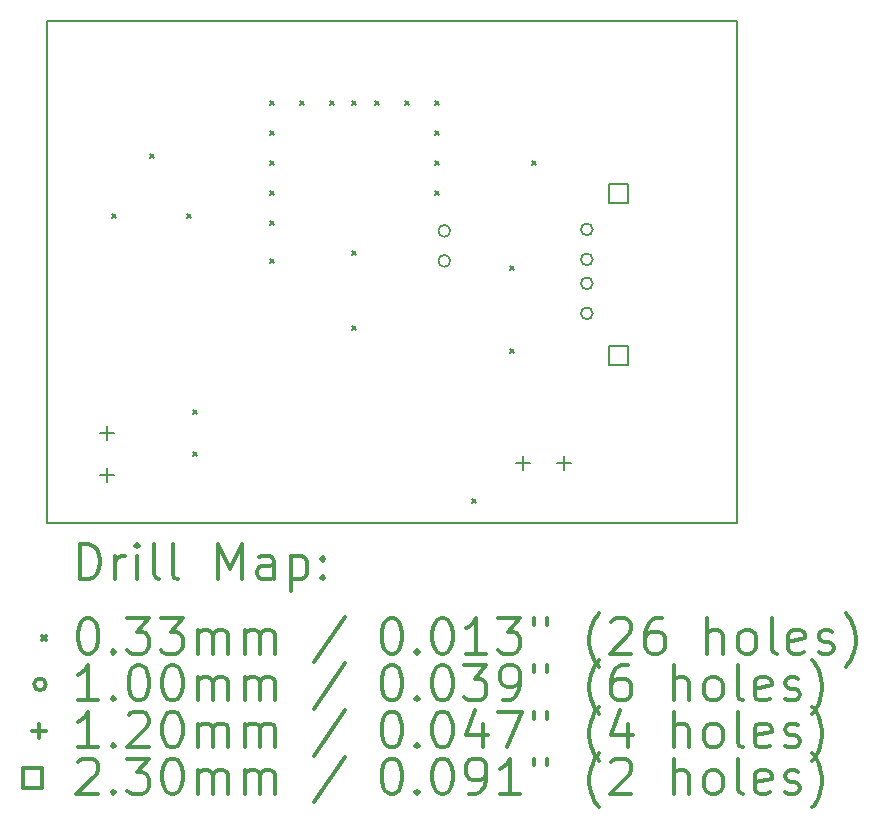
<source format=gbr>
%FSLAX45Y45*%
G04 Gerber Fmt 4.5, Leading zero omitted, Abs format (unit mm)*
G04 Created by KiCad (PCBNEW (5.1.0)-1) date 2019-07-27 13:49:34*
%MOMM*%
%LPD*%
G04 APERTURE LIST*
%ADD10C,0.150000*%
%ADD11C,0.200000*%
%ADD12C,0.300000*%
G04 APERTURE END LIST*
D10*
X14795500Y-6286500D02*
X14795500Y-10541000D01*
X20637500Y-6286500D02*
X14795500Y-6286500D01*
X20637500Y-10541000D02*
X20637500Y-6286500D01*
X14795500Y-10541000D02*
X20637500Y-10541000D01*
D11*
X15350500Y-7921000D02*
X15383500Y-7954000D01*
X15383500Y-7921000D02*
X15350500Y-7954000D01*
X15668000Y-7413000D02*
X15701000Y-7446000D01*
X15701000Y-7413000D02*
X15668000Y-7446000D01*
X15985500Y-7921000D02*
X16018500Y-7954000D01*
X16018500Y-7921000D02*
X15985500Y-7954000D01*
X16036300Y-9584700D02*
X16069300Y-9617700D01*
X16069300Y-9584700D02*
X16036300Y-9617700D01*
X16036300Y-9940300D02*
X16069300Y-9973300D01*
X16069300Y-9940300D02*
X16036300Y-9973300D01*
X16684000Y-6968500D02*
X16717000Y-7001500D01*
X16717000Y-6968500D02*
X16684000Y-7001500D01*
X16684000Y-7222500D02*
X16717000Y-7255500D01*
X16717000Y-7222500D02*
X16684000Y-7255500D01*
X16684000Y-7476500D02*
X16717000Y-7509500D01*
X16717000Y-7476500D02*
X16684000Y-7509500D01*
X16684000Y-7730500D02*
X16717000Y-7763500D01*
X16717000Y-7730500D02*
X16684000Y-7763500D01*
X16684000Y-7984500D02*
X16717000Y-8017500D01*
X16717000Y-7984500D02*
X16684000Y-8017500D01*
X16684000Y-8302000D02*
X16717000Y-8335000D01*
X16717000Y-8302000D02*
X16684000Y-8335000D01*
X16938000Y-6968500D02*
X16971000Y-7001500D01*
X16971000Y-6968500D02*
X16938000Y-7001500D01*
X17192000Y-6968500D02*
X17225000Y-7001500D01*
X17225000Y-6968500D02*
X17192000Y-7001500D01*
X17382500Y-6968500D02*
X17415500Y-7001500D01*
X17415500Y-6968500D02*
X17382500Y-7001500D01*
X17382500Y-8238500D02*
X17415500Y-8271500D01*
X17415500Y-8238500D02*
X17382500Y-8271500D01*
X17382500Y-8873500D02*
X17415500Y-8906500D01*
X17415500Y-8873500D02*
X17382500Y-8906500D01*
X17573000Y-6968500D02*
X17606000Y-7001500D01*
X17606000Y-6968500D02*
X17573000Y-7001500D01*
X17827000Y-6968500D02*
X17860000Y-7001500D01*
X17860000Y-6968500D02*
X17827000Y-7001500D01*
X18081000Y-6968500D02*
X18114000Y-7001500D01*
X18114000Y-6968500D02*
X18081000Y-7001500D01*
X18081000Y-7222500D02*
X18114000Y-7255500D01*
X18114000Y-7222500D02*
X18081000Y-7255500D01*
X18081000Y-7476500D02*
X18114000Y-7509500D01*
X18114000Y-7476500D02*
X18081000Y-7509500D01*
X18081000Y-7730500D02*
X18114000Y-7763500D01*
X18114000Y-7730500D02*
X18081000Y-7763500D01*
X18398500Y-10334000D02*
X18431500Y-10367000D01*
X18431500Y-10334000D02*
X18398500Y-10367000D01*
X18716000Y-8365500D02*
X18749000Y-8398500D01*
X18749000Y-8365500D02*
X18716000Y-8398500D01*
X18716000Y-9064000D02*
X18749000Y-9097000D01*
X18749000Y-9064000D02*
X18716000Y-9097000D01*
X18906500Y-7476500D02*
X18939500Y-7509500D01*
X18939500Y-7476500D02*
X18906500Y-7509500D01*
X19417500Y-8052000D02*
G75*
G03X19417500Y-8052000I-50000J0D01*
G01*
X19417500Y-8306000D02*
G75*
G03X19417500Y-8306000I-50000J0D01*
G01*
X19417500Y-8509000D02*
G75*
G03X19417500Y-8509000I-50000J0D01*
G01*
X19417500Y-8763000D02*
G75*
G03X19417500Y-8763000I-50000J0D01*
G01*
X18211000Y-8064500D02*
G75*
G03X18211000Y-8064500I-50000J0D01*
G01*
X18211000Y-8318500D02*
G75*
G03X18211000Y-8318500I-50000J0D01*
G01*
X15303500Y-9719000D02*
X15303500Y-9839000D01*
X15243500Y-9779000D02*
X15363500Y-9779000D01*
X15303500Y-10069000D02*
X15303500Y-10189000D01*
X15243500Y-10129000D02*
X15363500Y-10129000D01*
X18827000Y-9973000D02*
X18827000Y-10093000D01*
X18767000Y-10033000D02*
X18887000Y-10033000D01*
X19177000Y-9973000D02*
X19177000Y-10093000D01*
X19117000Y-10033000D02*
X19237000Y-10033000D01*
X19715818Y-7828318D02*
X19715818Y-7665682D01*
X19553182Y-7665682D01*
X19553182Y-7828318D01*
X19715818Y-7828318D01*
X19715818Y-9200318D02*
X19715818Y-9037682D01*
X19553182Y-9037682D01*
X19553182Y-9200318D01*
X19715818Y-9200318D01*
D12*
X15074428Y-11014214D02*
X15074428Y-10714214D01*
X15145857Y-10714214D01*
X15188714Y-10728500D01*
X15217286Y-10757072D01*
X15231571Y-10785643D01*
X15245857Y-10842786D01*
X15245857Y-10885643D01*
X15231571Y-10942786D01*
X15217286Y-10971357D01*
X15188714Y-10999929D01*
X15145857Y-11014214D01*
X15074428Y-11014214D01*
X15374428Y-11014214D02*
X15374428Y-10814214D01*
X15374428Y-10871357D02*
X15388714Y-10842786D01*
X15403000Y-10828500D01*
X15431571Y-10814214D01*
X15460143Y-10814214D01*
X15560143Y-11014214D02*
X15560143Y-10814214D01*
X15560143Y-10714214D02*
X15545857Y-10728500D01*
X15560143Y-10742786D01*
X15574428Y-10728500D01*
X15560143Y-10714214D01*
X15560143Y-10742786D01*
X15745857Y-11014214D02*
X15717286Y-10999929D01*
X15703000Y-10971357D01*
X15703000Y-10714214D01*
X15903000Y-11014214D02*
X15874428Y-10999929D01*
X15860143Y-10971357D01*
X15860143Y-10714214D01*
X16245857Y-11014214D02*
X16245857Y-10714214D01*
X16345857Y-10928500D01*
X16445857Y-10714214D01*
X16445857Y-11014214D01*
X16717286Y-11014214D02*
X16717286Y-10857072D01*
X16703000Y-10828500D01*
X16674428Y-10814214D01*
X16617286Y-10814214D01*
X16588714Y-10828500D01*
X16717286Y-10999929D02*
X16688714Y-11014214D01*
X16617286Y-11014214D01*
X16588714Y-10999929D01*
X16574428Y-10971357D01*
X16574428Y-10942786D01*
X16588714Y-10914214D01*
X16617286Y-10899929D01*
X16688714Y-10899929D01*
X16717286Y-10885643D01*
X16860143Y-10814214D02*
X16860143Y-11114214D01*
X16860143Y-10828500D02*
X16888714Y-10814214D01*
X16945857Y-10814214D01*
X16974428Y-10828500D01*
X16988714Y-10842786D01*
X17003000Y-10871357D01*
X17003000Y-10957072D01*
X16988714Y-10985643D01*
X16974428Y-10999929D01*
X16945857Y-11014214D01*
X16888714Y-11014214D01*
X16860143Y-10999929D01*
X17131571Y-10985643D02*
X17145857Y-10999929D01*
X17131571Y-11014214D01*
X17117286Y-10999929D01*
X17131571Y-10985643D01*
X17131571Y-11014214D01*
X17131571Y-10828500D02*
X17145857Y-10842786D01*
X17131571Y-10857072D01*
X17117286Y-10842786D01*
X17131571Y-10828500D01*
X17131571Y-10857072D01*
X14755000Y-11492000D02*
X14788000Y-11525000D01*
X14788000Y-11492000D02*
X14755000Y-11525000D01*
X15131571Y-11344214D02*
X15160143Y-11344214D01*
X15188714Y-11358500D01*
X15203000Y-11372786D01*
X15217286Y-11401357D01*
X15231571Y-11458500D01*
X15231571Y-11529929D01*
X15217286Y-11587071D01*
X15203000Y-11615643D01*
X15188714Y-11629929D01*
X15160143Y-11644214D01*
X15131571Y-11644214D01*
X15103000Y-11629929D01*
X15088714Y-11615643D01*
X15074428Y-11587071D01*
X15060143Y-11529929D01*
X15060143Y-11458500D01*
X15074428Y-11401357D01*
X15088714Y-11372786D01*
X15103000Y-11358500D01*
X15131571Y-11344214D01*
X15360143Y-11615643D02*
X15374428Y-11629929D01*
X15360143Y-11644214D01*
X15345857Y-11629929D01*
X15360143Y-11615643D01*
X15360143Y-11644214D01*
X15474428Y-11344214D02*
X15660143Y-11344214D01*
X15560143Y-11458500D01*
X15603000Y-11458500D01*
X15631571Y-11472786D01*
X15645857Y-11487071D01*
X15660143Y-11515643D01*
X15660143Y-11587071D01*
X15645857Y-11615643D01*
X15631571Y-11629929D01*
X15603000Y-11644214D01*
X15517286Y-11644214D01*
X15488714Y-11629929D01*
X15474428Y-11615643D01*
X15760143Y-11344214D02*
X15945857Y-11344214D01*
X15845857Y-11458500D01*
X15888714Y-11458500D01*
X15917286Y-11472786D01*
X15931571Y-11487071D01*
X15945857Y-11515643D01*
X15945857Y-11587071D01*
X15931571Y-11615643D01*
X15917286Y-11629929D01*
X15888714Y-11644214D01*
X15803000Y-11644214D01*
X15774428Y-11629929D01*
X15760143Y-11615643D01*
X16074428Y-11644214D02*
X16074428Y-11444214D01*
X16074428Y-11472786D02*
X16088714Y-11458500D01*
X16117286Y-11444214D01*
X16160143Y-11444214D01*
X16188714Y-11458500D01*
X16203000Y-11487071D01*
X16203000Y-11644214D01*
X16203000Y-11487071D02*
X16217286Y-11458500D01*
X16245857Y-11444214D01*
X16288714Y-11444214D01*
X16317286Y-11458500D01*
X16331571Y-11487071D01*
X16331571Y-11644214D01*
X16474428Y-11644214D02*
X16474428Y-11444214D01*
X16474428Y-11472786D02*
X16488714Y-11458500D01*
X16517286Y-11444214D01*
X16560143Y-11444214D01*
X16588714Y-11458500D01*
X16603000Y-11487071D01*
X16603000Y-11644214D01*
X16603000Y-11487071D02*
X16617286Y-11458500D01*
X16645857Y-11444214D01*
X16688714Y-11444214D01*
X16717286Y-11458500D01*
X16731571Y-11487071D01*
X16731571Y-11644214D01*
X17317286Y-11329929D02*
X17060143Y-11715643D01*
X17703000Y-11344214D02*
X17731571Y-11344214D01*
X17760143Y-11358500D01*
X17774428Y-11372786D01*
X17788714Y-11401357D01*
X17803000Y-11458500D01*
X17803000Y-11529929D01*
X17788714Y-11587071D01*
X17774428Y-11615643D01*
X17760143Y-11629929D01*
X17731571Y-11644214D01*
X17703000Y-11644214D01*
X17674428Y-11629929D01*
X17660143Y-11615643D01*
X17645857Y-11587071D01*
X17631571Y-11529929D01*
X17631571Y-11458500D01*
X17645857Y-11401357D01*
X17660143Y-11372786D01*
X17674428Y-11358500D01*
X17703000Y-11344214D01*
X17931571Y-11615643D02*
X17945857Y-11629929D01*
X17931571Y-11644214D01*
X17917286Y-11629929D01*
X17931571Y-11615643D01*
X17931571Y-11644214D01*
X18131571Y-11344214D02*
X18160143Y-11344214D01*
X18188714Y-11358500D01*
X18203000Y-11372786D01*
X18217286Y-11401357D01*
X18231571Y-11458500D01*
X18231571Y-11529929D01*
X18217286Y-11587071D01*
X18203000Y-11615643D01*
X18188714Y-11629929D01*
X18160143Y-11644214D01*
X18131571Y-11644214D01*
X18103000Y-11629929D01*
X18088714Y-11615643D01*
X18074428Y-11587071D01*
X18060143Y-11529929D01*
X18060143Y-11458500D01*
X18074428Y-11401357D01*
X18088714Y-11372786D01*
X18103000Y-11358500D01*
X18131571Y-11344214D01*
X18517286Y-11644214D02*
X18345857Y-11644214D01*
X18431571Y-11644214D02*
X18431571Y-11344214D01*
X18403000Y-11387071D01*
X18374428Y-11415643D01*
X18345857Y-11429929D01*
X18617286Y-11344214D02*
X18803000Y-11344214D01*
X18703000Y-11458500D01*
X18745857Y-11458500D01*
X18774428Y-11472786D01*
X18788714Y-11487071D01*
X18803000Y-11515643D01*
X18803000Y-11587071D01*
X18788714Y-11615643D01*
X18774428Y-11629929D01*
X18745857Y-11644214D01*
X18660143Y-11644214D01*
X18631571Y-11629929D01*
X18617286Y-11615643D01*
X18917286Y-11344214D02*
X18917286Y-11401357D01*
X19031571Y-11344214D02*
X19031571Y-11401357D01*
X19474428Y-11758500D02*
X19460143Y-11744214D01*
X19431571Y-11701357D01*
X19417286Y-11672786D01*
X19403000Y-11629929D01*
X19388714Y-11558500D01*
X19388714Y-11501357D01*
X19403000Y-11429929D01*
X19417286Y-11387071D01*
X19431571Y-11358500D01*
X19460143Y-11315643D01*
X19474428Y-11301357D01*
X19574428Y-11372786D02*
X19588714Y-11358500D01*
X19617286Y-11344214D01*
X19688714Y-11344214D01*
X19717286Y-11358500D01*
X19731571Y-11372786D01*
X19745857Y-11401357D01*
X19745857Y-11429929D01*
X19731571Y-11472786D01*
X19560143Y-11644214D01*
X19745857Y-11644214D01*
X20003000Y-11344214D02*
X19945857Y-11344214D01*
X19917286Y-11358500D01*
X19903000Y-11372786D01*
X19874428Y-11415643D01*
X19860143Y-11472786D01*
X19860143Y-11587071D01*
X19874428Y-11615643D01*
X19888714Y-11629929D01*
X19917286Y-11644214D01*
X19974428Y-11644214D01*
X20003000Y-11629929D01*
X20017286Y-11615643D01*
X20031571Y-11587071D01*
X20031571Y-11515643D01*
X20017286Y-11487071D01*
X20003000Y-11472786D01*
X19974428Y-11458500D01*
X19917286Y-11458500D01*
X19888714Y-11472786D01*
X19874428Y-11487071D01*
X19860143Y-11515643D01*
X20388714Y-11644214D02*
X20388714Y-11344214D01*
X20517286Y-11644214D02*
X20517286Y-11487071D01*
X20503000Y-11458500D01*
X20474428Y-11444214D01*
X20431571Y-11444214D01*
X20403000Y-11458500D01*
X20388714Y-11472786D01*
X20703000Y-11644214D02*
X20674428Y-11629929D01*
X20660143Y-11615643D01*
X20645857Y-11587071D01*
X20645857Y-11501357D01*
X20660143Y-11472786D01*
X20674428Y-11458500D01*
X20703000Y-11444214D01*
X20745857Y-11444214D01*
X20774428Y-11458500D01*
X20788714Y-11472786D01*
X20803000Y-11501357D01*
X20803000Y-11587071D01*
X20788714Y-11615643D01*
X20774428Y-11629929D01*
X20745857Y-11644214D01*
X20703000Y-11644214D01*
X20974428Y-11644214D02*
X20945857Y-11629929D01*
X20931571Y-11601357D01*
X20931571Y-11344214D01*
X21203000Y-11629929D02*
X21174428Y-11644214D01*
X21117286Y-11644214D01*
X21088714Y-11629929D01*
X21074428Y-11601357D01*
X21074428Y-11487071D01*
X21088714Y-11458500D01*
X21117286Y-11444214D01*
X21174428Y-11444214D01*
X21203000Y-11458500D01*
X21217286Y-11487071D01*
X21217286Y-11515643D01*
X21074428Y-11544214D01*
X21331571Y-11629929D02*
X21360143Y-11644214D01*
X21417286Y-11644214D01*
X21445857Y-11629929D01*
X21460143Y-11601357D01*
X21460143Y-11587071D01*
X21445857Y-11558500D01*
X21417286Y-11544214D01*
X21374428Y-11544214D01*
X21345857Y-11529929D01*
X21331571Y-11501357D01*
X21331571Y-11487071D01*
X21345857Y-11458500D01*
X21374428Y-11444214D01*
X21417286Y-11444214D01*
X21445857Y-11458500D01*
X21560143Y-11758500D02*
X21574428Y-11744214D01*
X21603000Y-11701357D01*
X21617286Y-11672786D01*
X21631571Y-11629929D01*
X21645857Y-11558500D01*
X21645857Y-11501357D01*
X21631571Y-11429929D01*
X21617286Y-11387071D01*
X21603000Y-11358500D01*
X21574428Y-11315643D01*
X21560143Y-11301357D01*
X14788000Y-11904500D02*
G75*
G03X14788000Y-11904500I-50000J0D01*
G01*
X15231571Y-12040214D02*
X15060143Y-12040214D01*
X15145857Y-12040214D02*
X15145857Y-11740214D01*
X15117286Y-11783071D01*
X15088714Y-11811643D01*
X15060143Y-11825929D01*
X15360143Y-12011643D02*
X15374428Y-12025929D01*
X15360143Y-12040214D01*
X15345857Y-12025929D01*
X15360143Y-12011643D01*
X15360143Y-12040214D01*
X15560143Y-11740214D02*
X15588714Y-11740214D01*
X15617286Y-11754500D01*
X15631571Y-11768786D01*
X15645857Y-11797357D01*
X15660143Y-11854500D01*
X15660143Y-11925929D01*
X15645857Y-11983071D01*
X15631571Y-12011643D01*
X15617286Y-12025929D01*
X15588714Y-12040214D01*
X15560143Y-12040214D01*
X15531571Y-12025929D01*
X15517286Y-12011643D01*
X15503000Y-11983071D01*
X15488714Y-11925929D01*
X15488714Y-11854500D01*
X15503000Y-11797357D01*
X15517286Y-11768786D01*
X15531571Y-11754500D01*
X15560143Y-11740214D01*
X15845857Y-11740214D02*
X15874428Y-11740214D01*
X15903000Y-11754500D01*
X15917286Y-11768786D01*
X15931571Y-11797357D01*
X15945857Y-11854500D01*
X15945857Y-11925929D01*
X15931571Y-11983071D01*
X15917286Y-12011643D01*
X15903000Y-12025929D01*
X15874428Y-12040214D01*
X15845857Y-12040214D01*
X15817286Y-12025929D01*
X15803000Y-12011643D01*
X15788714Y-11983071D01*
X15774428Y-11925929D01*
X15774428Y-11854500D01*
X15788714Y-11797357D01*
X15803000Y-11768786D01*
X15817286Y-11754500D01*
X15845857Y-11740214D01*
X16074428Y-12040214D02*
X16074428Y-11840214D01*
X16074428Y-11868786D02*
X16088714Y-11854500D01*
X16117286Y-11840214D01*
X16160143Y-11840214D01*
X16188714Y-11854500D01*
X16203000Y-11883071D01*
X16203000Y-12040214D01*
X16203000Y-11883071D02*
X16217286Y-11854500D01*
X16245857Y-11840214D01*
X16288714Y-11840214D01*
X16317286Y-11854500D01*
X16331571Y-11883071D01*
X16331571Y-12040214D01*
X16474428Y-12040214D02*
X16474428Y-11840214D01*
X16474428Y-11868786D02*
X16488714Y-11854500D01*
X16517286Y-11840214D01*
X16560143Y-11840214D01*
X16588714Y-11854500D01*
X16603000Y-11883071D01*
X16603000Y-12040214D01*
X16603000Y-11883071D02*
X16617286Y-11854500D01*
X16645857Y-11840214D01*
X16688714Y-11840214D01*
X16717286Y-11854500D01*
X16731571Y-11883071D01*
X16731571Y-12040214D01*
X17317286Y-11725929D02*
X17060143Y-12111643D01*
X17703000Y-11740214D02*
X17731571Y-11740214D01*
X17760143Y-11754500D01*
X17774428Y-11768786D01*
X17788714Y-11797357D01*
X17803000Y-11854500D01*
X17803000Y-11925929D01*
X17788714Y-11983071D01*
X17774428Y-12011643D01*
X17760143Y-12025929D01*
X17731571Y-12040214D01*
X17703000Y-12040214D01*
X17674428Y-12025929D01*
X17660143Y-12011643D01*
X17645857Y-11983071D01*
X17631571Y-11925929D01*
X17631571Y-11854500D01*
X17645857Y-11797357D01*
X17660143Y-11768786D01*
X17674428Y-11754500D01*
X17703000Y-11740214D01*
X17931571Y-12011643D02*
X17945857Y-12025929D01*
X17931571Y-12040214D01*
X17917286Y-12025929D01*
X17931571Y-12011643D01*
X17931571Y-12040214D01*
X18131571Y-11740214D02*
X18160143Y-11740214D01*
X18188714Y-11754500D01*
X18203000Y-11768786D01*
X18217286Y-11797357D01*
X18231571Y-11854500D01*
X18231571Y-11925929D01*
X18217286Y-11983071D01*
X18203000Y-12011643D01*
X18188714Y-12025929D01*
X18160143Y-12040214D01*
X18131571Y-12040214D01*
X18103000Y-12025929D01*
X18088714Y-12011643D01*
X18074428Y-11983071D01*
X18060143Y-11925929D01*
X18060143Y-11854500D01*
X18074428Y-11797357D01*
X18088714Y-11768786D01*
X18103000Y-11754500D01*
X18131571Y-11740214D01*
X18331571Y-11740214D02*
X18517286Y-11740214D01*
X18417286Y-11854500D01*
X18460143Y-11854500D01*
X18488714Y-11868786D01*
X18503000Y-11883071D01*
X18517286Y-11911643D01*
X18517286Y-11983071D01*
X18503000Y-12011643D01*
X18488714Y-12025929D01*
X18460143Y-12040214D01*
X18374428Y-12040214D01*
X18345857Y-12025929D01*
X18331571Y-12011643D01*
X18660143Y-12040214D02*
X18717286Y-12040214D01*
X18745857Y-12025929D01*
X18760143Y-12011643D01*
X18788714Y-11968786D01*
X18803000Y-11911643D01*
X18803000Y-11797357D01*
X18788714Y-11768786D01*
X18774428Y-11754500D01*
X18745857Y-11740214D01*
X18688714Y-11740214D01*
X18660143Y-11754500D01*
X18645857Y-11768786D01*
X18631571Y-11797357D01*
X18631571Y-11868786D01*
X18645857Y-11897357D01*
X18660143Y-11911643D01*
X18688714Y-11925929D01*
X18745857Y-11925929D01*
X18774428Y-11911643D01*
X18788714Y-11897357D01*
X18803000Y-11868786D01*
X18917286Y-11740214D02*
X18917286Y-11797357D01*
X19031571Y-11740214D02*
X19031571Y-11797357D01*
X19474428Y-12154500D02*
X19460143Y-12140214D01*
X19431571Y-12097357D01*
X19417286Y-12068786D01*
X19403000Y-12025929D01*
X19388714Y-11954500D01*
X19388714Y-11897357D01*
X19403000Y-11825929D01*
X19417286Y-11783071D01*
X19431571Y-11754500D01*
X19460143Y-11711643D01*
X19474428Y-11697357D01*
X19717286Y-11740214D02*
X19660143Y-11740214D01*
X19631571Y-11754500D01*
X19617286Y-11768786D01*
X19588714Y-11811643D01*
X19574428Y-11868786D01*
X19574428Y-11983071D01*
X19588714Y-12011643D01*
X19603000Y-12025929D01*
X19631571Y-12040214D01*
X19688714Y-12040214D01*
X19717286Y-12025929D01*
X19731571Y-12011643D01*
X19745857Y-11983071D01*
X19745857Y-11911643D01*
X19731571Y-11883071D01*
X19717286Y-11868786D01*
X19688714Y-11854500D01*
X19631571Y-11854500D01*
X19603000Y-11868786D01*
X19588714Y-11883071D01*
X19574428Y-11911643D01*
X20103000Y-12040214D02*
X20103000Y-11740214D01*
X20231571Y-12040214D02*
X20231571Y-11883071D01*
X20217286Y-11854500D01*
X20188714Y-11840214D01*
X20145857Y-11840214D01*
X20117286Y-11854500D01*
X20103000Y-11868786D01*
X20417286Y-12040214D02*
X20388714Y-12025929D01*
X20374428Y-12011643D01*
X20360143Y-11983071D01*
X20360143Y-11897357D01*
X20374428Y-11868786D01*
X20388714Y-11854500D01*
X20417286Y-11840214D01*
X20460143Y-11840214D01*
X20488714Y-11854500D01*
X20503000Y-11868786D01*
X20517286Y-11897357D01*
X20517286Y-11983071D01*
X20503000Y-12011643D01*
X20488714Y-12025929D01*
X20460143Y-12040214D01*
X20417286Y-12040214D01*
X20688714Y-12040214D02*
X20660143Y-12025929D01*
X20645857Y-11997357D01*
X20645857Y-11740214D01*
X20917286Y-12025929D02*
X20888714Y-12040214D01*
X20831571Y-12040214D01*
X20803000Y-12025929D01*
X20788714Y-11997357D01*
X20788714Y-11883071D01*
X20803000Y-11854500D01*
X20831571Y-11840214D01*
X20888714Y-11840214D01*
X20917286Y-11854500D01*
X20931571Y-11883071D01*
X20931571Y-11911643D01*
X20788714Y-11940214D01*
X21045857Y-12025929D02*
X21074428Y-12040214D01*
X21131571Y-12040214D01*
X21160143Y-12025929D01*
X21174428Y-11997357D01*
X21174428Y-11983071D01*
X21160143Y-11954500D01*
X21131571Y-11940214D01*
X21088714Y-11940214D01*
X21060143Y-11925929D01*
X21045857Y-11897357D01*
X21045857Y-11883071D01*
X21060143Y-11854500D01*
X21088714Y-11840214D01*
X21131571Y-11840214D01*
X21160143Y-11854500D01*
X21274428Y-12154500D02*
X21288714Y-12140214D01*
X21317286Y-12097357D01*
X21331571Y-12068786D01*
X21345857Y-12025929D01*
X21360143Y-11954500D01*
X21360143Y-11897357D01*
X21345857Y-11825929D01*
X21331571Y-11783071D01*
X21317286Y-11754500D01*
X21288714Y-11711643D01*
X21274428Y-11697357D01*
X14728000Y-12240500D02*
X14728000Y-12360500D01*
X14668000Y-12300500D02*
X14788000Y-12300500D01*
X15231571Y-12436214D02*
X15060143Y-12436214D01*
X15145857Y-12436214D02*
X15145857Y-12136214D01*
X15117286Y-12179071D01*
X15088714Y-12207643D01*
X15060143Y-12221929D01*
X15360143Y-12407643D02*
X15374428Y-12421929D01*
X15360143Y-12436214D01*
X15345857Y-12421929D01*
X15360143Y-12407643D01*
X15360143Y-12436214D01*
X15488714Y-12164786D02*
X15503000Y-12150500D01*
X15531571Y-12136214D01*
X15603000Y-12136214D01*
X15631571Y-12150500D01*
X15645857Y-12164786D01*
X15660143Y-12193357D01*
X15660143Y-12221929D01*
X15645857Y-12264786D01*
X15474428Y-12436214D01*
X15660143Y-12436214D01*
X15845857Y-12136214D02*
X15874428Y-12136214D01*
X15903000Y-12150500D01*
X15917286Y-12164786D01*
X15931571Y-12193357D01*
X15945857Y-12250500D01*
X15945857Y-12321929D01*
X15931571Y-12379071D01*
X15917286Y-12407643D01*
X15903000Y-12421929D01*
X15874428Y-12436214D01*
X15845857Y-12436214D01*
X15817286Y-12421929D01*
X15803000Y-12407643D01*
X15788714Y-12379071D01*
X15774428Y-12321929D01*
X15774428Y-12250500D01*
X15788714Y-12193357D01*
X15803000Y-12164786D01*
X15817286Y-12150500D01*
X15845857Y-12136214D01*
X16074428Y-12436214D02*
X16074428Y-12236214D01*
X16074428Y-12264786D02*
X16088714Y-12250500D01*
X16117286Y-12236214D01*
X16160143Y-12236214D01*
X16188714Y-12250500D01*
X16203000Y-12279071D01*
X16203000Y-12436214D01*
X16203000Y-12279071D02*
X16217286Y-12250500D01*
X16245857Y-12236214D01*
X16288714Y-12236214D01*
X16317286Y-12250500D01*
X16331571Y-12279071D01*
X16331571Y-12436214D01*
X16474428Y-12436214D02*
X16474428Y-12236214D01*
X16474428Y-12264786D02*
X16488714Y-12250500D01*
X16517286Y-12236214D01*
X16560143Y-12236214D01*
X16588714Y-12250500D01*
X16603000Y-12279071D01*
X16603000Y-12436214D01*
X16603000Y-12279071D02*
X16617286Y-12250500D01*
X16645857Y-12236214D01*
X16688714Y-12236214D01*
X16717286Y-12250500D01*
X16731571Y-12279071D01*
X16731571Y-12436214D01*
X17317286Y-12121929D02*
X17060143Y-12507643D01*
X17703000Y-12136214D02*
X17731571Y-12136214D01*
X17760143Y-12150500D01*
X17774428Y-12164786D01*
X17788714Y-12193357D01*
X17803000Y-12250500D01*
X17803000Y-12321929D01*
X17788714Y-12379071D01*
X17774428Y-12407643D01*
X17760143Y-12421929D01*
X17731571Y-12436214D01*
X17703000Y-12436214D01*
X17674428Y-12421929D01*
X17660143Y-12407643D01*
X17645857Y-12379071D01*
X17631571Y-12321929D01*
X17631571Y-12250500D01*
X17645857Y-12193357D01*
X17660143Y-12164786D01*
X17674428Y-12150500D01*
X17703000Y-12136214D01*
X17931571Y-12407643D02*
X17945857Y-12421929D01*
X17931571Y-12436214D01*
X17917286Y-12421929D01*
X17931571Y-12407643D01*
X17931571Y-12436214D01*
X18131571Y-12136214D02*
X18160143Y-12136214D01*
X18188714Y-12150500D01*
X18203000Y-12164786D01*
X18217286Y-12193357D01*
X18231571Y-12250500D01*
X18231571Y-12321929D01*
X18217286Y-12379071D01*
X18203000Y-12407643D01*
X18188714Y-12421929D01*
X18160143Y-12436214D01*
X18131571Y-12436214D01*
X18103000Y-12421929D01*
X18088714Y-12407643D01*
X18074428Y-12379071D01*
X18060143Y-12321929D01*
X18060143Y-12250500D01*
X18074428Y-12193357D01*
X18088714Y-12164786D01*
X18103000Y-12150500D01*
X18131571Y-12136214D01*
X18488714Y-12236214D02*
X18488714Y-12436214D01*
X18417286Y-12121929D02*
X18345857Y-12336214D01*
X18531571Y-12336214D01*
X18617286Y-12136214D02*
X18817286Y-12136214D01*
X18688714Y-12436214D01*
X18917286Y-12136214D02*
X18917286Y-12193357D01*
X19031571Y-12136214D02*
X19031571Y-12193357D01*
X19474428Y-12550500D02*
X19460143Y-12536214D01*
X19431571Y-12493357D01*
X19417286Y-12464786D01*
X19403000Y-12421929D01*
X19388714Y-12350500D01*
X19388714Y-12293357D01*
X19403000Y-12221929D01*
X19417286Y-12179071D01*
X19431571Y-12150500D01*
X19460143Y-12107643D01*
X19474428Y-12093357D01*
X19717286Y-12236214D02*
X19717286Y-12436214D01*
X19645857Y-12121929D02*
X19574428Y-12336214D01*
X19760143Y-12336214D01*
X20103000Y-12436214D02*
X20103000Y-12136214D01*
X20231571Y-12436214D02*
X20231571Y-12279071D01*
X20217286Y-12250500D01*
X20188714Y-12236214D01*
X20145857Y-12236214D01*
X20117286Y-12250500D01*
X20103000Y-12264786D01*
X20417286Y-12436214D02*
X20388714Y-12421929D01*
X20374428Y-12407643D01*
X20360143Y-12379071D01*
X20360143Y-12293357D01*
X20374428Y-12264786D01*
X20388714Y-12250500D01*
X20417286Y-12236214D01*
X20460143Y-12236214D01*
X20488714Y-12250500D01*
X20503000Y-12264786D01*
X20517286Y-12293357D01*
X20517286Y-12379071D01*
X20503000Y-12407643D01*
X20488714Y-12421929D01*
X20460143Y-12436214D01*
X20417286Y-12436214D01*
X20688714Y-12436214D02*
X20660143Y-12421929D01*
X20645857Y-12393357D01*
X20645857Y-12136214D01*
X20917286Y-12421929D02*
X20888714Y-12436214D01*
X20831571Y-12436214D01*
X20803000Y-12421929D01*
X20788714Y-12393357D01*
X20788714Y-12279071D01*
X20803000Y-12250500D01*
X20831571Y-12236214D01*
X20888714Y-12236214D01*
X20917286Y-12250500D01*
X20931571Y-12279071D01*
X20931571Y-12307643D01*
X20788714Y-12336214D01*
X21045857Y-12421929D02*
X21074428Y-12436214D01*
X21131571Y-12436214D01*
X21160143Y-12421929D01*
X21174428Y-12393357D01*
X21174428Y-12379071D01*
X21160143Y-12350500D01*
X21131571Y-12336214D01*
X21088714Y-12336214D01*
X21060143Y-12321929D01*
X21045857Y-12293357D01*
X21045857Y-12279071D01*
X21060143Y-12250500D01*
X21088714Y-12236214D01*
X21131571Y-12236214D01*
X21160143Y-12250500D01*
X21274428Y-12550500D02*
X21288714Y-12536214D01*
X21317286Y-12493357D01*
X21331571Y-12464786D01*
X21345857Y-12421929D01*
X21360143Y-12350500D01*
X21360143Y-12293357D01*
X21345857Y-12221929D01*
X21331571Y-12179071D01*
X21317286Y-12150500D01*
X21288714Y-12107643D01*
X21274428Y-12093357D01*
X14754318Y-12777818D02*
X14754318Y-12615182D01*
X14591682Y-12615182D01*
X14591682Y-12777818D01*
X14754318Y-12777818D01*
X15060143Y-12560786D02*
X15074428Y-12546500D01*
X15103000Y-12532214D01*
X15174428Y-12532214D01*
X15203000Y-12546500D01*
X15217286Y-12560786D01*
X15231571Y-12589357D01*
X15231571Y-12617929D01*
X15217286Y-12660786D01*
X15045857Y-12832214D01*
X15231571Y-12832214D01*
X15360143Y-12803643D02*
X15374428Y-12817929D01*
X15360143Y-12832214D01*
X15345857Y-12817929D01*
X15360143Y-12803643D01*
X15360143Y-12832214D01*
X15474428Y-12532214D02*
X15660143Y-12532214D01*
X15560143Y-12646500D01*
X15603000Y-12646500D01*
X15631571Y-12660786D01*
X15645857Y-12675071D01*
X15660143Y-12703643D01*
X15660143Y-12775071D01*
X15645857Y-12803643D01*
X15631571Y-12817929D01*
X15603000Y-12832214D01*
X15517286Y-12832214D01*
X15488714Y-12817929D01*
X15474428Y-12803643D01*
X15845857Y-12532214D02*
X15874428Y-12532214D01*
X15903000Y-12546500D01*
X15917286Y-12560786D01*
X15931571Y-12589357D01*
X15945857Y-12646500D01*
X15945857Y-12717929D01*
X15931571Y-12775071D01*
X15917286Y-12803643D01*
X15903000Y-12817929D01*
X15874428Y-12832214D01*
X15845857Y-12832214D01*
X15817286Y-12817929D01*
X15803000Y-12803643D01*
X15788714Y-12775071D01*
X15774428Y-12717929D01*
X15774428Y-12646500D01*
X15788714Y-12589357D01*
X15803000Y-12560786D01*
X15817286Y-12546500D01*
X15845857Y-12532214D01*
X16074428Y-12832214D02*
X16074428Y-12632214D01*
X16074428Y-12660786D02*
X16088714Y-12646500D01*
X16117286Y-12632214D01*
X16160143Y-12632214D01*
X16188714Y-12646500D01*
X16203000Y-12675071D01*
X16203000Y-12832214D01*
X16203000Y-12675071D02*
X16217286Y-12646500D01*
X16245857Y-12632214D01*
X16288714Y-12632214D01*
X16317286Y-12646500D01*
X16331571Y-12675071D01*
X16331571Y-12832214D01*
X16474428Y-12832214D02*
X16474428Y-12632214D01*
X16474428Y-12660786D02*
X16488714Y-12646500D01*
X16517286Y-12632214D01*
X16560143Y-12632214D01*
X16588714Y-12646500D01*
X16603000Y-12675071D01*
X16603000Y-12832214D01*
X16603000Y-12675071D02*
X16617286Y-12646500D01*
X16645857Y-12632214D01*
X16688714Y-12632214D01*
X16717286Y-12646500D01*
X16731571Y-12675071D01*
X16731571Y-12832214D01*
X17317286Y-12517929D02*
X17060143Y-12903643D01*
X17703000Y-12532214D02*
X17731571Y-12532214D01*
X17760143Y-12546500D01*
X17774428Y-12560786D01*
X17788714Y-12589357D01*
X17803000Y-12646500D01*
X17803000Y-12717929D01*
X17788714Y-12775071D01*
X17774428Y-12803643D01*
X17760143Y-12817929D01*
X17731571Y-12832214D01*
X17703000Y-12832214D01*
X17674428Y-12817929D01*
X17660143Y-12803643D01*
X17645857Y-12775071D01*
X17631571Y-12717929D01*
X17631571Y-12646500D01*
X17645857Y-12589357D01*
X17660143Y-12560786D01*
X17674428Y-12546500D01*
X17703000Y-12532214D01*
X17931571Y-12803643D02*
X17945857Y-12817929D01*
X17931571Y-12832214D01*
X17917286Y-12817929D01*
X17931571Y-12803643D01*
X17931571Y-12832214D01*
X18131571Y-12532214D02*
X18160143Y-12532214D01*
X18188714Y-12546500D01*
X18203000Y-12560786D01*
X18217286Y-12589357D01*
X18231571Y-12646500D01*
X18231571Y-12717929D01*
X18217286Y-12775071D01*
X18203000Y-12803643D01*
X18188714Y-12817929D01*
X18160143Y-12832214D01*
X18131571Y-12832214D01*
X18103000Y-12817929D01*
X18088714Y-12803643D01*
X18074428Y-12775071D01*
X18060143Y-12717929D01*
X18060143Y-12646500D01*
X18074428Y-12589357D01*
X18088714Y-12560786D01*
X18103000Y-12546500D01*
X18131571Y-12532214D01*
X18374428Y-12832214D02*
X18431571Y-12832214D01*
X18460143Y-12817929D01*
X18474428Y-12803643D01*
X18503000Y-12760786D01*
X18517286Y-12703643D01*
X18517286Y-12589357D01*
X18503000Y-12560786D01*
X18488714Y-12546500D01*
X18460143Y-12532214D01*
X18403000Y-12532214D01*
X18374428Y-12546500D01*
X18360143Y-12560786D01*
X18345857Y-12589357D01*
X18345857Y-12660786D01*
X18360143Y-12689357D01*
X18374428Y-12703643D01*
X18403000Y-12717929D01*
X18460143Y-12717929D01*
X18488714Y-12703643D01*
X18503000Y-12689357D01*
X18517286Y-12660786D01*
X18803000Y-12832214D02*
X18631571Y-12832214D01*
X18717286Y-12832214D02*
X18717286Y-12532214D01*
X18688714Y-12575071D01*
X18660143Y-12603643D01*
X18631571Y-12617929D01*
X18917286Y-12532214D02*
X18917286Y-12589357D01*
X19031571Y-12532214D02*
X19031571Y-12589357D01*
X19474428Y-12946500D02*
X19460143Y-12932214D01*
X19431571Y-12889357D01*
X19417286Y-12860786D01*
X19403000Y-12817929D01*
X19388714Y-12746500D01*
X19388714Y-12689357D01*
X19403000Y-12617929D01*
X19417286Y-12575071D01*
X19431571Y-12546500D01*
X19460143Y-12503643D01*
X19474428Y-12489357D01*
X19574428Y-12560786D02*
X19588714Y-12546500D01*
X19617286Y-12532214D01*
X19688714Y-12532214D01*
X19717286Y-12546500D01*
X19731571Y-12560786D01*
X19745857Y-12589357D01*
X19745857Y-12617929D01*
X19731571Y-12660786D01*
X19560143Y-12832214D01*
X19745857Y-12832214D01*
X20103000Y-12832214D02*
X20103000Y-12532214D01*
X20231571Y-12832214D02*
X20231571Y-12675071D01*
X20217286Y-12646500D01*
X20188714Y-12632214D01*
X20145857Y-12632214D01*
X20117286Y-12646500D01*
X20103000Y-12660786D01*
X20417286Y-12832214D02*
X20388714Y-12817929D01*
X20374428Y-12803643D01*
X20360143Y-12775071D01*
X20360143Y-12689357D01*
X20374428Y-12660786D01*
X20388714Y-12646500D01*
X20417286Y-12632214D01*
X20460143Y-12632214D01*
X20488714Y-12646500D01*
X20503000Y-12660786D01*
X20517286Y-12689357D01*
X20517286Y-12775071D01*
X20503000Y-12803643D01*
X20488714Y-12817929D01*
X20460143Y-12832214D01*
X20417286Y-12832214D01*
X20688714Y-12832214D02*
X20660143Y-12817929D01*
X20645857Y-12789357D01*
X20645857Y-12532214D01*
X20917286Y-12817929D02*
X20888714Y-12832214D01*
X20831571Y-12832214D01*
X20803000Y-12817929D01*
X20788714Y-12789357D01*
X20788714Y-12675071D01*
X20803000Y-12646500D01*
X20831571Y-12632214D01*
X20888714Y-12632214D01*
X20917286Y-12646500D01*
X20931571Y-12675071D01*
X20931571Y-12703643D01*
X20788714Y-12732214D01*
X21045857Y-12817929D02*
X21074428Y-12832214D01*
X21131571Y-12832214D01*
X21160143Y-12817929D01*
X21174428Y-12789357D01*
X21174428Y-12775071D01*
X21160143Y-12746500D01*
X21131571Y-12732214D01*
X21088714Y-12732214D01*
X21060143Y-12717929D01*
X21045857Y-12689357D01*
X21045857Y-12675071D01*
X21060143Y-12646500D01*
X21088714Y-12632214D01*
X21131571Y-12632214D01*
X21160143Y-12646500D01*
X21274428Y-12946500D02*
X21288714Y-12932214D01*
X21317286Y-12889357D01*
X21331571Y-12860786D01*
X21345857Y-12817929D01*
X21360143Y-12746500D01*
X21360143Y-12689357D01*
X21345857Y-12617929D01*
X21331571Y-12575071D01*
X21317286Y-12546500D01*
X21288714Y-12503643D01*
X21274428Y-12489357D01*
M02*

</source>
